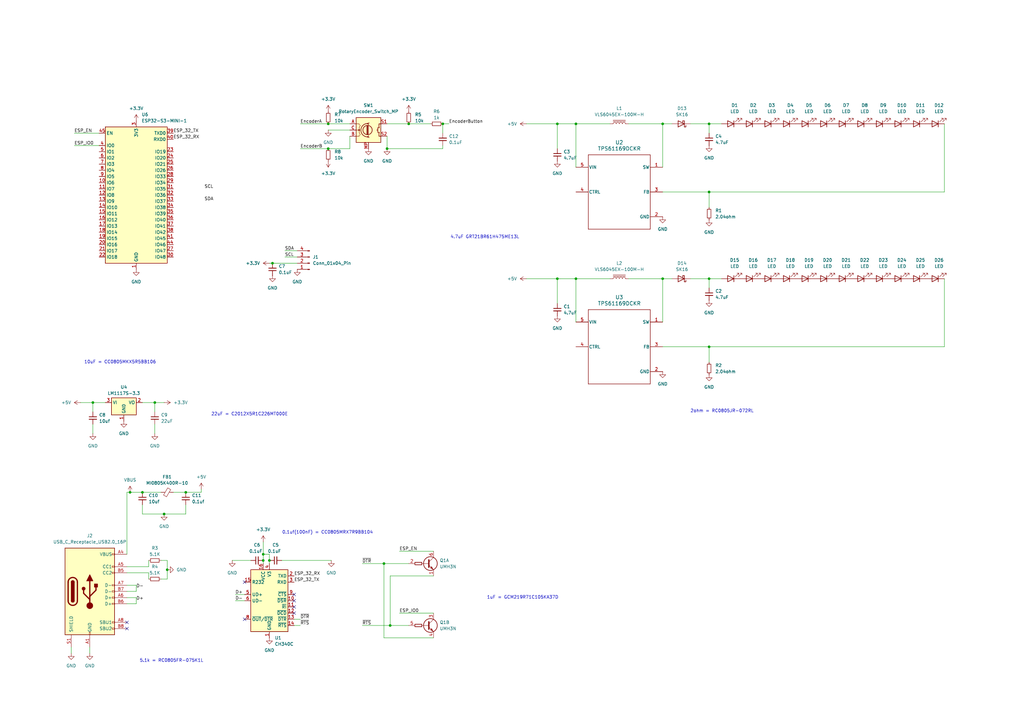
<source format=kicad_sch>
(kicad_sch (version 20231120) (generator "eeschema") (generator_version "8.0")
  (paper "A3")
  (lib_symbols
    (symbol "Connector:Conn_01x04_Pin" (pin_names (offset 1.016) hide)
      (property "Reference" "J" (at 0 5.08 0))
      (property "Value" "Conn_01x04_Pin" (at 0 -7.62 0))
      (symbol "Conn_01x04_Pin_1_1"
        (pin passive line (at 5.08 2.54 180) (length 3.81) (name "Pin_1") (number "1"))
        (pin passive line (at 5.08 0 180) (length 3.81) (name "Pin_2") (number "2"))
        (pin passive line (at 5.08 -2.54 180) (length 3.81) (name "Pin_3") (number "3"))
        (pin passive line (at 5.08 -5.08 180) (length 3.81) (name "Pin_4") (number "4"))
      )
    )
    (symbol "Connector:USB_C_Receptacle_USB2.0_16P" (pin_names (offset 1.016))
      (property "Reference" "J" (at 0 22.225 0))
      (property "Value" "USB_C_Receptacle_USB2.0_16P" (at 0 19.685 0))
      (symbol "USB_C_Receptacle_USB2.0_16P_1_1"
        (pin passive line (at 0 -22.86 90) (length 5.08) (name "GND") (number "A1"))
        (pin passive line (at 0 -22.86 90) (length 5.08) hide (name "GND") (number "A12"))
        (pin passive line (at 15.24 15.24 180) (length 5.08) (name "VBUS") (number "A4"))
        (pin bidirectional line (at 15.24 10.16 180) (length 5.08) (name "CC1") (number "A5"))
        (pin bidirectional line (at 15.24 -2.54 180) (length 5.08) (name "D+") (number "A6"))
        (pin bidirectional line (at 15.24 2.54 180) (length 5.08) (name "D-") (number "A7"))
        (pin bidirectional line (at 15.24 -12.7 180) (length 5.08) (name "SBU1") (number "A8"))
        (pin passive line (at 15.24 15.24 180) (length 5.08) hide (name "VBUS") (number "A9"))
        (pin passive line (at 0 -22.86 90) (length 5.08) hide (name "GND") (number "B1"))
        (pin passive line (at 0 -22.86 90) (length 5.08) hide (name "GND") (number "B12"))
        (pin passive line (at 15.24 15.24 180) (length 5.08) hide (name "VBUS") (number "B4"))
        (pin bidirectional line (at 15.24 7.62 180) (length 5.08) (name "CC2") (number "B5"))
        (pin bidirectional line (at 15.24 -5.08 180) (length 5.08) (name "D+") (number "B6"))
        (pin bidirectional line (at 15.24 0 180) (length 5.08) (name "D-") (number "B7"))
        (pin bidirectional line (at 15.24 -15.24 180) (length 5.08) (name "SBU2") (number "B8"))
        (pin passive line (at 15.24 15.24 180) (length 5.08) hide (name "VBUS") (number "B9"))
        (pin passive line (at -7.62 -22.86 90) (length 5.08) (name "SHIELD") (number "S1"))
      )
    )
    (symbol "Device:C_Small" (pin_numbers hide) (pin_names (offset 0.254) hide)
      (property "Reference" "C" (at 0.254 1.778 0))
      (property "Value" "C_Small" (at 0.254 -2.032 0))
      (symbol "C_Small_1_1"
        (pin passive line (at 0 2.54 270) (length 2.032) (name "~") (number "1"))
        (pin passive line (at 0 -2.54 90) (length 2.032) (name "~") (number "2"))
      )
    )
    (symbol "Device:D_Schottky" (pin_numbers hide) (pin_names (offset 1.016) hide)
      (property "Reference" "D" (at 0 2.54 0))
      (property "Value" "D_Schottky" (at 0 -2.54 0))
      (symbol "D_Schottky_1_1"
        (pin passive line (at -3.81 0 0) (length 2.54) (name "K") (number "1"))
        (pin passive line (at 3.81 0 180) (length 2.54) (name "A") (number "2"))
      )
    )
    (symbol "Device:FerriteBead_Small" (pin_numbers hide) (pin_names (offset 0))
      (property "Reference" "FB" (at 1.905 1.27 0))
      (property "Value" "FerriteBead_Small" (at 1.905 -1.27 0))
      (symbol "FerriteBead_Small_1_1"
        (pin passive line (at 0 2.54 270) (length 1.27) (name "~") (number "1"))
        (pin passive line (at 0 -2.54 90) (length 1.27) (name "~") (number "2"))
      )
    )
    (symbol "Device:LED" (pin_numbers hide) (pin_names (offset 1.016) hide)
      (property "Reference" "D" (at 0 2.54 0))
      (property "Value" "LED" (at 0 -2.54 0))
      (symbol "LED_1_1"
        (pin passive line (at -3.81 0 0) (length 2.54) (name "K") (number "1"))
        (pin passive line (at 3.81 0 180) (length 2.54) (name "A") (number "2"))
      )
    )
    (symbol "Device:L_Iron" (pin_numbers hide) (pin_names (offset 1.016) hide)
      (property "Reference" "L" (at -1.27 0 90))
      (property "Value" "L_Iron" (at 2.794 0 90))
      (symbol "L_Iron_1_1"
        (pin passive line (at 0 3.81 270) (length 1.27) (name "1") (number "1"))
        (pin passive line (at 0 -3.81 90) (length 1.27) (name "2") (number "2"))
      )
    )
    (symbol "Device:R_Small" (pin_numbers hide) (pin_names (offset 0.254) hide)
      (property "Reference" "R" (at 0.762 0.508 0))
      (property "Value" "R_Small" (at 0.762 -1.016 0))
      (symbol "R_Small_1_1"
        (pin passive line (at 0 2.54 270) (length 0.762) (name "~") (number "1"))
        (pin passive line (at 0 -2.54 90) (length 0.762) (name "~") (number "2"))
      )
    )
    (symbol "Device:RotaryEncoder_Switch_MP" (pin_names (offset 0.254) hide)
      (property "Reference" "SW" (at 0 8.89 0))
      (property "Value" "RotaryEncoder_Switch_MP" (at 0 6.35 0))
      (symbol "RotaryEncoder_Switch_MP_1_1"
        (pin passive line (at -7.62 2.54 0) (length 2.54) (name "A") (number "A"))
        (pin passive line (at -7.62 -2.54 0) (length 2.54) (name "B") (number "B"))
        (pin passive line (at -7.62 0 0) (length 2.54) (name "C") (number "C"))
        (pin passive line (at 0 -7.62 90) (length 2.54) (name "MP") (number "MP"))
        (pin passive line (at 7.62 2.54 180) (length 2.54) (name "S1") (number "S1"))
        (pin passive line (at 7.62 -2.54 180) (length 2.54) (name "S2") (number "S2"))
      )
    )
    (symbol "Interface_USB:CH340C"
      (property "Reference" "U" (at -5.08 13.97 0))
      (property "Value" "CH340C" (at 1.27 13.97 0))
      (symbol "CH340C_1_1"
        (pin power_in line (at 0 -15.24 90) (length 2.54) (name "GND") (number "1"))
        (pin input line (at 10.16 0 180) (length 2.54) (name "~{DSR}") (number "10"))
        (pin input line (at 10.16 -2.54 180) (length 2.54) (name "~{RI}") (number "11"))
        (pin input line (at 10.16 -5.08 180) (length 2.54) (name "~{DCD}") (number "12"))
        (pin output line (at 10.16 -7.62 180) (length 2.54) (name "~{DTR}") (number "13"))
        (pin output line (at 10.16 -10.16 180) (length 2.54) (name "~{RTS}") (number "14"))
        (pin input line (at -10.16 7.62 0) (length 2.54) (name "R232") (number "15"))
        (pin power_in line (at -2.54 15.24 270) (length 2.54) (name "VCC") (number "16"))
        (pin output line (at 10.16 10.16 180) (length 2.54) (name "TXD") (number "2"))
        (pin input line (at 10.16 7.62 180) (length 2.54) (name "RXD") (number "3"))
        (pin power_out line (at 0 15.24 270) (length 2.54) (name "V3") (number "4"))
        (pin bidirectional line (at -10.16 2.54 0) (length 2.54) (name "UD+") (number "5"))
        (pin bidirectional line (at -10.16 0 0) (length 2.54) (name "UD-") (number "6"))
        (pin no_connect line (at -7.62 -5.08 0) (length 2.54) hide (name "NC") (number "7"))
        (pin output line (at -10.16 -7.62 0) (length 2.54) (name "~{OUT}/~{DTR}") (number "8"))
        (pin input line (at 10.16 2.54 180) (length 2.54) (name "~{CTS}") (number "9"))
      )
    )
    (symbol "MCU_Espressif:ESP32-S3-MINI-1"
      (property "Reference" "U" (at -11.43 29.21 0))
      (property "Value" "ESP32-S3-MINI-1" (at 12.7 29.21 0))
      (symbol "ESP32-S3-MINI-1_1_1"
        (pin power_in line (at 0 -30.48 90) (length 2.54) (name "GND") (number "1"))
        (pin bidirectional line (at -15.24 5.08 0) (length 2.54) (name "IO6") (number "10"))
        (pin bidirectional line (at -15.24 2.54 0) (length 2.54) (name "IO7") (number "11"))
        (pin bidirectional line (at -15.24 0 0) (length 2.54) (name "IO8") (number "12"))
        (pin bidirectional line (at -15.24 -2.54 0) (length 2.54) (name "IO9") (number "13"))
        (pin bidirectional line (at -15.24 -5.08 0) (length 2.54) (name "IO10") (number "14"))
        (pin bidirectional line (at -15.24 -7.62 0) (length 2.54) (name "IO11") (number "15"))
        (pin bidirectional line (at -15.24 -10.16 0) (length 2.54) (name "IO12") (number "16"))
        (pin bidirectional line (at -15.24 -12.7 0) (length 2.54) (name "IO13") (number "17"))
        (pin bidirectional line (at -15.24 -15.24 0) (length 2.54) (name "IO14") (number "18"))
        (pin bidirectional line (at -15.24 -17.78 0) (length 2.54) (name "IO15") (number "19"))
        (pin passive line (at 0 -30.48 90) (length 2.54) hide (name "GND") (number "2"))
        (pin bidirectional line (at -15.24 -20.32 0) (length 2.54) (name "IO16") (number "20"))
        (pin bidirectional line (at -15.24 -22.86 0) (length 2.54) (name "IO17") (number "21"))
        (pin bidirectional line (at -15.24 -25.4 0) (length 2.54) (name "IO18") (number "22"))
        (pin bidirectional line (at 15.24 17.78 180) (length 2.54) (name "IO19") (number "23"))
        (pin bidirectional line (at 15.24 15.24 180) (length 2.54) (name "IO20") (number "24"))
        (pin bidirectional line (at 15.24 12.7 180) (length 2.54) (name "IO21") (number "25"))
        (pin bidirectional line (at 15.24 10.16 180) (length 2.54) (name "IO26") (number "26"))
        (pin bidirectional line (at 15.24 -22.86 180) (length 2.54) (name "IO47") (number "27"))
        (pin bidirectional line (at 15.24 7.62 180) (length 2.54) (name "IO33") (number "28"))
        (pin bidirectional line (at 15.24 5.08 180) (length 2.54) (name "IO34") (number "29"))
        (pin power_in line (at 0 30.48 270) (length 2.54) (name "3V3") (number "3"))
        (pin bidirectional line (at 15.24 -25.4 180) (length 2.54) (name "IO48") (number "30"))
        (pin bidirectional line (at 15.24 2.54 180) (length 2.54) (name "IO35") (number "31"))
        (pin bidirectional line (at 15.24 0 180) (length 2.54) (name "IO36") (number "32"))
        (pin bidirectional line (at 15.24 -2.54 180) (length 2.54) (name "IO37") (number "33"))
        (pin bidirectional line (at 15.24 -5.08 180) (length 2.54) (name "IO38") (number "34"))
        (pin bidirectional line (at 15.24 -7.62 180) (length 2.54) (name "IO39") (number "35"))
        (pin bidirectional line (at 15.24 -10.16 180) (length 2.54) (name "IO40") (number "36"))
        (pin bidirectional line (at 15.24 -12.7 180) (length 2.54) (name "IO41") (number "37"))
        (pin bidirectional line (at 15.24 -15.24 180) (length 2.54) (name "IO42") (number "38"))
        (pin bidirectional line (at 15.24 25.4 180) (length 2.54) (name "TXD0") (number "39"))
        (pin bidirectional line (at -15.24 20.32 0) (length 2.54) (name "IO0") (number "4"))
        (pin bidirectional line (at 15.24 22.86 180) (length 2.54) (name "RXD0") (number "40"))
        (pin bidirectional line (at 15.24 -17.78 180) (length 2.54) (name "IO45") (number "41"))
        (pin passive line (at 0 -30.48 90) (length 2.54) hide (name "GND") (number "42"))
        (pin passive line (at 0 -30.48 90) (length 2.54) hide (name "GND") (number "43"))
        (pin bidirectional line (at 15.24 -20.32 180) (length 2.54) (name "IO46") (number "44"))
        (pin input line (at -15.24 25.4 0) (length 2.54) (name "EN") (number "45"))
        (pin passive line (at 0 -30.48 90) (length 2.54) hide (name "GND") (number "46"))
        (pin passive line (at 0 -30.48 90) (length 2.54) hide (name "GND") (number "47"))
        (pin passive line (at 0 -30.48 90) (length 2.54) hide (name "GND") (number "48"))
        (pin passive line (at 0 -30.48 90) (length 2.54) hide (name "GND") (number "49"))
        (pin bidirectional line (at -15.24 17.78 0) (length 2.54) (name "IO1") (number "5"))
        (pin passive line (at 0 -30.48 90) (length 2.54) hide (name "GND") (number "50"))
        (pin passive line (at 0 -30.48 90) (length 2.54) hide (name "GND") (number "51"))
        (pin passive line (at 0 -30.48 90) (length 2.54) hide (name "GND") (number "52"))
        (pin passive line (at 0 -30.48 90) (length 2.54) hide (name "GND") (number "53"))
        (pin passive line (at 0 -30.48 90) (length 2.54) hide (name "GND") (number "54"))
        (pin passive line (at 0 -30.48 90) (length 2.54) hide (name "GND") (number "55"))
        (pin passive line (at 0 -30.48 90) (length 2.54) hide (name "GND") (number "56"))
        (pin passive line (at 0 -30.48 90) (length 2.54) hide (name "GND") (number "57"))
        (pin passive line (at 0 -30.48 90) (length 2.54) hide (name "GND") (number "58"))
        (pin passive line (at 0 -30.48 90) (length 2.54) hide (name "GND") (number "59"))
        (pin bidirectional line (at -15.24 15.24 0) (length 2.54) (name "IO2") (number "6"))
        (pin passive line (at 0 -30.48 90) (length 2.54) hide (name "GND") (number "60"))
        (pin passive line (at 0 -30.48 90) (length 2.54) hide (name "GND") (number "61"))
        (pin passive line (at 0 -30.48 90) (length 2.54) hide (name "GND") (number "62"))
        (pin passive line (at 0 -30.48 90) (length 2.54) hide (name "GND") (number "63"))
        (pin passive line (at 0 -30.48 90) (length 2.54) hide (name "GND") (number "64"))
        (pin passive line (at 0 -30.48 90) (length 2.54) hide (name "GND") (number "65"))
        (pin bidirectional line (at -15.24 12.7 0) (length 2.54) (name "IO3") (number "7"))
        (pin bidirectional line (at -15.24 10.16 0) (length 2.54) (name "IO4") (number "8"))
        (pin bidirectional line (at -15.24 7.62 0) (length 2.54) (name "IO5") (number "9"))
      )
    )
    (symbol "Regulator_Linear:LM1117S-3.3"
      (property "Reference" "U" (at -3.81 3.175 0))
      (property "Value" "LM1117S-3.3" (at 0 3.175 0))
      (symbol "LM1117S-3.3_1_1"
        (pin power_in line (at 0 -7.62 90) (length 2.54) (name "GND") (number "1"))
        (pin power_out line (at 7.62 0 180) (length 2.54) (name "VO") (number "2"))
        (pin power_in line (at -7.62 0 0) (length 2.54) (name "VI") (number "3"))
      )
    )
    (symbol "TPS61169DCKR:TPS61169DCKR" (pin_names (offset 0.254))
      (property "Reference" "U" (at 0 2.54 0))
      (property "Value" "TPS61169DCKR" (at 0 0 0))
      (symbol "TPS61169DCKR_0_1"
        (pin power_in line (at 17.78 10.16 180) (length 5.08) (name "SW") (number "1"))
        (pin power_in line (at 17.78 -10.16 180) (length 5.08) (name "GND") (number "2"))
        (pin input line (at 17.78 0 180) (length 5.08) (name "FB") (number "3"))
        (pin input line (at -17.78 0 0) (length 5.08) (name "CTRL") (number "4"))
        (pin power_in line (at -17.78 10.16 0) (length 5.08) (name "VIN") (number "5"))
      )
    )
    (symbol "Transistor_BJT:UMH3N" (pin_names hide)
      (property "Reference" "Q" (at 7.62 1.27 0))
      (property "Value" "UMH3N" (at 7.62 -1.27 0))
      (symbol "UMH3N_1_1"
        (pin passive line (at 5.08 -5.08 90) (length 2.54) (name "E1") (number "1"))
        (pin input line (at -5.08 0 0) (length 2.54) (name "B1") (number "2"))
        (pin passive line (at 5.08 5.08 270) (length 2.54) (name "C1") (number "6"))
      )
      (symbol "UMH3N_2_1"
        (pin passive line (at 5.08 5.08 270) (length 2.54) (name "C2") (number "3"))
        (pin passive line (at 5.08 -5.08 90) (length 2.54) (name "E2") (number "4"))
        (pin input line (at -5.08 0 0) (length 2.54) (name "B2") (number "5"))
      )
    )
    (symbol "power:+3.3V" (power) (pin_numbers hide) (pin_names (offset 0) hide)
      (property "Value" "+3.3V" (at 0 3.556 0))
      (symbol "+3.3V_1_1"
        (pin power_in line (at 0 0 90) (length 0) (name "~") (number "1"))
      )
    )
    (symbol "power:+5V" (power) (pin_numbers hide) (pin_names (offset 0) hide)
      (property "Value" "+5V" (at 0 3.556 0))
      (symbol "+5V_1_1"
        (pin power_in line (at 0 0 90) (length 0) (name "~") (number "1"))
      )
    )
    (symbol "power:GND" (power) (pin_numbers hide) (pin_names (offset 0) hide)
      (property "Value" "GND" (at 0 -3.81 0))
      (symbol "GND_1_1"
        (pin power_in line (at 0 0 270) (length 0) (name "~") (number "1"))
      )
    )
    (symbol "power:VBUS" (power) (pin_numbers hide) (pin_names (offset 0) hide)
      (property "Value" "VBUS" (at 0 3.556 0))
      (symbol "VBUS_1_1"
        (pin power_in line (at 0 0 90) (length 0) (name "~") (number "1"))
      )
    )
  )
  (junction (at 236.22 114.3))
  (junction (at 134.62 50.8))
  (junction (at 290.83 78.74))
  (junction (at 110.49 229.87))
  (junction (at 181.61 50.8))
  (junction (at 271.78 50.8))
  (junction (at 290.83 50.8))
  (junction (at 38.1 165.1))
  (junction (at 157.48 231.14))
  (junction (at 111.76 107.95))
  (junction (at 271.78 114.3))
  (junction (at 290.83 114.3))
  (junction (at 53.34 201.93))
  (junction (at 107.95 227.33))
  (junction (at 158.75 60.96))
  (junction (at 167.64 50.8))
  (junction (at 107.95 229.87))
  (junction (at 236.22 50.8))
  (junction (at 160.02 256.54))
  (junction (at 68.58 233.68))
  (junction (at 67.31 210.82))
  (junction (at 134.62 60.96))
  (junction (at 290.83 142.24))
  (junction (at 58.42 201.93))
  (junction (at 228.6 114.3))
  (junction (at 63.5 165.1))
  (junction (at 76.2 201.93))
  (junction (at 228.6 50.8))
  (no_connect (at 120.65 243.84))
  (no_connect (at 120.65 251.46))
  (no_connect (at 120.65 248.92))
  (no_connect (at 100.33 254))
  (no_connect (at 100.33 238.76))
  (no_connect (at 52.07 255.27))
  (no_connect (at 52.07 257.81))
  (no_connect (at 120.65 246.38))
  (wire (pts (xy 116.84 102.87) (xy 121.92 102.87)))
  (wire (pts (xy 163.83 251.46) (xy 177.8 251.46)))
  (wire (pts (xy 107.95 229.87) (xy 107.95 227.33)))
  (wire (pts (xy 68.58 229.87) (xy 68.58 233.68)))
  (wire (pts (xy 38.1 173.99) (xy 38.1 177.8)))
  (wire (pts (xy 52.07 201.93) (xy 52.07 227.33)))
  (wire (pts (xy 63.5 165.1) (xy 63.5 168.91)))
  (wire (pts (xy 157.48 231.14) (xy 157.48 261.62)))
  (wire (pts (xy 134.62 50.8) (xy 143.51 50.8)))
  (wire (pts (xy 120.65 254) (xy 123.19 254)))
  (wire (pts (xy 387.35 50.8) (xy 387.35 78.74)))
  (wire (pts (xy 158.75 50.8) (xy 167.64 50.8)))
  (wire (pts (xy 387.35 78.74) (xy 290.83 78.74)))
  (wire (pts (xy 36.83 265.43) (xy 36.83 267.97)))
  (wire (pts (xy 111.76 107.95) (xy 121.92 107.95)))
  (wire (pts (xy 215.9 114.3) (xy 228.6 114.3)))
  (wire (pts (xy 160.02 236.22) (xy 177.8 236.22)))
  (wire (pts (xy 228.6 114.3) (xy 228.6 124.46)))
  (wire (pts (xy 143.51 55.88) (xy 143.51 60.96)))
  (wire (pts (xy 110.49 227.33) (xy 107.95 227.33)))
  (wire (pts (xy 96.52 246.38) (xy 100.33 246.38)))
  (wire (pts (xy 33.02 165.1) (xy 38.1 165.1)))
  (wire (pts (xy 123.19 50.8) (xy 134.62 50.8)))
  (wire (pts (xy 38.1 165.1) (xy 38.1 168.91)))
  (wire (pts (xy 29.21 265.43) (xy 29.21 267.97)))
  (wire (pts (xy 236.22 68.58) (xy 236.22 50.8)))
  (wire (pts (xy 52.07 201.93) (xy 53.34 201.93)))
  (wire (pts (xy 387.35 114.3) (xy 387.35 142.24)))
  (wire (pts (xy 60.96 234.95) (xy 60.96 237.49)))
  (wire (pts (xy 160.02 236.22) (xy 160.02 256.54)))
  (wire (pts (xy 290.83 50.8) (xy 290.83 54.61)))
  (wire (pts (xy 143.51 60.96) (xy 134.62 60.96)))
  (wire (pts (xy 30.48 59.69) (xy 40.64 59.69)))
  (wire (pts (xy 52.07 232.41) (xy 60.96 232.41)))
  (wire (pts (xy 228.6 50.8) (xy 236.22 50.8)))
  (wire (pts (xy 52.07 234.95) (xy 60.96 234.95)))
  (wire (pts (xy 63.5 165.1) (xy 58.42 165.1)))
  (wire (pts (xy 290.83 114.3) (xy 290.83 118.11)))
  (wire (pts (xy 290.83 78.74) (xy 290.83 85.09)))
  (wire (pts (xy 68.58 237.49) (xy 68.58 233.68)))
  (wire (pts (xy 387.35 142.24) (xy 290.83 142.24)))
  (wire (pts (xy 82.55 201.93) (xy 76.2 201.93)))
  (wire (pts (xy 228.6 114.3) (xy 236.22 114.3)))
  (wire (pts (xy 163.83 226.06) (xy 177.8 226.06)))
  (wire (pts (xy 257.81 50.8) (xy 271.78 50.8)))
  (wire (pts (xy 110.49 107.95) (xy 111.76 107.95)))
  (wire (pts (xy 215.9 50.8) (xy 228.6 50.8)))
  (wire (pts (xy 283.21 114.3) (xy 290.83 114.3)))
  (wire (pts (xy 158.75 55.88) (xy 158.75 60.96)))
  (wire (pts (xy 52.07 240.03) (xy 55.88 240.03)))
  (wire (pts (xy 95.25 229.87) (xy 102.87 229.87)))
  (wire (pts (xy 134.62 53.34) (xy 143.51 53.34)))
  (wire (pts (xy 67.31 165.1) (xy 63.5 165.1)))
  (wire (pts (xy 160.02 256.54) (xy 167.64 256.54)))
  (wire (pts (xy 290.83 50.8) (xy 295.91 50.8)))
  (wire (pts (xy 66.04 201.93) (xy 58.42 201.93)))
  (wire (pts (xy 283.21 50.8) (xy 290.83 50.8)))
  (wire (pts (xy 67.31 210.82) (xy 76.2 210.82)))
  (wire (pts (xy 181.61 50.8) (xy 181.61 54.61)))
  (wire (pts (xy 157.48 231.14) (xy 167.64 231.14)))
  (wire (pts (xy 167.64 50.8) (xy 176.53 50.8)))
  (wire (pts (xy 271.78 68.58) (xy 271.78 50.8)))
  (wire (pts (xy 290.83 142.24) (xy 290.83 148.59)))
  (wire (pts (xy 58.42 210.82) (xy 67.31 210.82)))
  (wire (pts (xy 107.95 231.14) (xy 107.95 229.87)))
  (wire (pts (xy 181.61 60.96) (xy 158.75 60.96)))
  (wire (pts (xy 290.83 114.3) (xy 295.91 114.3)))
  (wire (pts (xy 66.04 237.49) (xy 68.58 237.49)))
  (wire (pts (xy 76.2 201.93) (xy 71.12 201.93)))
  (wire (pts (xy 58.42 207.01) (xy 58.42 210.82)))
  (wire (pts (xy 66.04 229.87) (xy 68.58 229.87)))
  (wire (pts (xy 236.22 50.8) (xy 250.19 50.8)))
  (wire (pts (xy 115.57 229.87) (xy 135.89 229.87)))
  (wire (pts (xy 30.48 54.61) (xy 40.64 54.61)))
  (wire (pts (xy 257.81 114.3) (xy 271.78 114.3)))
  (wire (pts (xy 52.07 245.11) (xy 55.88 245.11)))
  (wire (pts (xy 55.88 240.03) (xy 55.88 242.57)))
  (wire (pts (xy 236.22 132.08) (xy 236.22 114.3)))
  (wire (pts (xy 271.78 132.08) (xy 271.78 114.3)))
  (wire (pts (xy 290.83 78.74) (xy 271.78 78.74)))
  (wire (pts (xy 107.95 227.33) (xy 107.95 222.25)))
  (wire (pts (xy 116.84 105.41) (xy 121.92 105.41)))
  (wire (pts (xy 52.07 242.57) (xy 55.88 242.57)))
  (wire (pts (xy 52.07 247.65) (xy 55.88 247.65)))
  (wire (pts (xy 110.49 229.87) (xy 110.49 227.33)))
  (wire (pts (xy 181.61 59.69) (xy 181.61 60.96)))
  (wire (pts (xy 96.52 243.84) (xy 100.33 243.84)))
  (wire (pts (xy 271.78 114.3) (xy 275.59 114.3)))
  (wire (pts (xy 148.59 231.14) (xy 157.48 231.14)))
  (wire (pts (xy 120.65 256.54) (xy 123.19 256.54)))
  (wire (pts (xy 110.49 231.14) (xy 110.49 229.87)))
  (wire (pts (xy 82.55 200.66) (xy 82.55 201.93)))
  (wire (pts (xy 38.1 165.1) (xy 43.18 165.1)))
  (wire (pts (xy 55.88 245.11) (xy 55.88 247.65)))
  (wire (pts (xy 181.61 50.8) (xy 184.15 50.8)))
  (wire (pts (xy 157.48 261.62) (xy 177.8 261.62)))
  (wire (pts (xy 148.59 256.54) (xy 160.02 256.54)))
  (wire (pts (xy 76.2 210.82) (xy 76.2 207.01)))
  (wire (pts (xy 123.19 60.96) (xy 134.62 60.96)))
  (wire (pts (xy 271.78 50.8) (xy 275.59 50.8)))
  (wire (pts (xy 290.83 142.24) (xy 271.78 142.24)))
  (wire (pts (xy 53.34 201.93) (xy 58.42 201.93)))
  (wire (pts (xy 236.22 114.3) (xy 250.19 114.3)))
  (wire (pts (xy 60.96 232.41) (xy 60.96 229.87)))
  (wire (pts (xy 63.5 173.99) (xy 63.5 177.8)))
  (wire (pts (xy 228.6 50.8) (xy 228.6 60.96)))
  (text "4.7uF GRT21BR61H475ME13L\n" (at 198.882 97.282 0) (effects (font (size 1.27 1.27))))
  (text "1uF = GCM219R71C105KA37D" (at 214.376 245.11 0) (effects (font (size 1.27 1.27))))
  (text "22uF = C2012X5R1C226MT000E" (at 102.362 169.926 0) (effects (font (size 1.27 1.27))))
  (text "2ohm = RC0805JR-072RL" (at 296.164 168.656 0) (effects (font (size 1.27 1.27))))
  (text "10uF = CC0805MKX5R5BB106" (at 49.276 148.59 0) (effects (font (size 1.27 1.27))))
  (text "5.1k = RC0805FR-075K1L\n" (at 70.358 271.018 0) (effects (font (size 1.27 1.27))))
  (text "0.1uf(100nF) = CC0805MRX7R9BB104\n" (at 134.366 218.44 0) (effects (font (size 1.27 1.27))))
  (label "EncoderButton" (at 184.15 50.8 0))
  (label "ESP_IO0" (at 163.83 251.46 0))
  (label "EncoderB" (at 123.19 60.96 0))
  (label "D-" (at 55.88 241.3 0))
  (label "~{RTS}" (at 123.19 256.54 0))
  (label "D+" (at 55.88 246.38 0))
  (label "~{DTR}" (at 123.19 254 0))
  (label "SCL" (at 83.82 77.47 0))
  (label "~{RTS}" (at 148.59 256.54 0))
  (label "D+" (at 96.52 243.84 0))
  (label "SDA" (at 83.82 82.55 0))
  (label "SDA" (at 116.84 102.87 0))
  (label "ESP_32_TX" (at 71.12 54.61 0))
  (label "SCL" (at 116.84 105.41 0))
  (label "~{DTR}" (at 148.59 231.14 0))
  (label "ESP_32_TX" (at 120.65 238.76 0))
  (label "ESP_32_RX" (at 120.65 236.22 0))
  (label "ESP_EN" (at 163.83 226.06 0))
  (label "ESP_EN" (at 30.48 54.61 0))
  (label "D-" (at 96.52 246.38 0))
  (label "ESP_32_RX" (at 71.12 57.15 0))
  (label "ESP_IO0" (at 30.48 59.69 0))
  (label "EncoderA" (at 123.19 50.8 0))
  (symbol (lib_id "Device:LED") (at 383.54 50.8 180) (unit 1)
    (property "Reference" "D12" (at 385.1275 43.18 0))
    (property "Value" "LED" (at 385.1275 45.72 0))
    (property "Footprint" "LED_SMD:LED_SPMWHD32AMH0XAR0PR" (effects (hide yes)))
    (property "Description" "Light emitting diode" (effects (hide yes)))
  )
  (symbol (lib_id "Device:D_Schottky") (at 279.4 114.3 180) (unit 1)
    (property "Reference" "D14" (at 279.7175 107.95 0))
    (property "Value" "SK16" (at 279.7175 110.49 0))
    (property "Footprint" "Diode_SMD:D_SMA_Handsoldering" (effects (hide yes)))
    (property "Description" "Schottky diode" (effects (hide yes)))
  )
  (symbol (lib_id "Device:LED") (at 375.92 50.8 180) (unit 1)
    (property "Reference" "D11" (at 377.5075 43.18 0))
    (property "Value" "LED" (at 377.5075 45.72 0))
    (property "Footprint" "LED_SMD:LED_SPMWHD32AMH0XAR0PR" (effects (hide yes)))
    (property "Description" "Light emitting diode" (effects (hide yes)))
  )
  (symbol (lib_id "Interface_USB:CH340C") (at 110.49 246.38 0) (unit 1)
    (property "Reference" "U1" (at 112.6841 261.62 0) (effects (justify left)))
    (property "Value" "CH340C" (at 112.6841 264.16 0) (effects (justify left)))
    (property "Footprint" "Package_SO:SOIC-16_3.9x9.9mm_P1.27mm" (effects (hide yes)))
    (property "Datasheet" "https://datasheet.lcsc.com/szlcsc/Jiangsu-Qin-Heng-CH340C_C84681.pdf" (effects (hide yes)))
    (property "Description" "USB serial converter, UART, SOIC-16" (effects (hide yes)))
  )
  (symbol (lib_id "Device:LED") (at 299.72 50.8 180) (unit 1)
    (property "Reference" "D1" (at 301.3075 43.18 0))
    (property "Value" "LED" (at 301.3075 45.72 0))
    (property "Footprint" "LED_SMD:LED_SPMWHD32AMH0XAR0PR" (effects (hide yes)))
    (property "Description" "Light emitting diode" (effects (hide yes)))
  )
  (symbol (lib_id "power:GND") (at 290.83 90.17 0) (unit 1)
    (property "Reference" "#PWR06" (effects (hide yes)))
    (property "Value" "GND" (at 290.83 95.25 0))
    (property "Description" "Power symbol creates a global label with name \"GND\" , ground" (effects (hide yes)))
  )
  (symbol (lib_id "power:GND") (at 290.83 59.69 0) (unit 1)
    (property "Reference" "#PWR05" (effects (hide yes)))
    (property "Value" "GND" (at 290.83 64.77 0))
    (property "Description" "Power symbol creates a global label with name \"GND\" , ground" (effects (hide yes)))
  )
  (symbol (lib_id "Device:C_Small") (at 105.41 229.87 90) (unit 1)
    (property "Reference" "C6" (at 105.4163 223.52 90))
    (property "Value" "0.1uF " (at 105.4163 226.06 90))
    (property "Footprint" "Capacitor_SMD:C_0805_2012Metric_Pad1.18x1.45mm_HandSolder" (effects (hide yes)))
    (property "Description" "Unpolarized capacitor, small symbol" (effects (hide yes)))
  )
  (symbol (lib_id "power:+3.3V") (at 134.62 66.04 180) (unit 1)
    (property "Reference" "#PWR035" (effects (hide yes)))
    (property "Value" "+3.3V" (at 134.62 71.12 0))
    (property "Description" "Power symbol creates a global label with name \"+3.3V\"" (effects (hide yes)))
  )
  (symbol (lib_id "power:GND") (at 151.13 60.96 0) (unit 1)
    (property "Reference" "#PWR019" (effects (hide yes)))
    (property "Value" "GND" (at 151.13 66.04 0))
    (property "Description" "Power symbol creates a global label with name \"GND\" , ground" (effects (hide yes)))
  )
  (symbol (lib_id "Device:LED") (at 368.3 50.8 180) (unit 1)
    (property "Reference" "D10" (at 369.8875 43.18 0))
    (property "Value" "LED" (at 369.8875 45.72 0))
    (property "Footprint" "LED_SMD:LED_SPMWHD32AMH0XAR0PR" (effects (hide yes)))
    (property "Description" "Light emitting diode" (effects (hide yes)))
  )
  (symbol (lib_id "power:GND") (at 134.62 53.34 0) (unit 1)
    (property "Reference" "#PWR033" (effects (hide yes)))
    (property "Value" "GND" (at 134.62 58.42 0))
    (property "Description" "Power symbol creates a global label with name \"GND\" , ground" (effects (hide yes)))
  )
  (symbol (lib_id "MCU_Espressif:ESP32-S3-MINI-1") (at 55.88 80.01 0) (unit 1)
    (property "Reference" "U6" (at 58.0741 46.99 0) (effects (justify left)))
    (property "Value" "ESP32-S3-MINI-1" (at 58.0741 49.53 0) (effects (justify left)))
    (property "Footprint" "RF_Module:ESP32-S2-MINI-1" (effects (hide yes)))
    (property "Datasheet" "https://www.espressif.com/sites/default/files/documentation/esp32-s3-mini-1_mini-1u_datasheet_en.pdf" (effects (hide yes)))
    (property "Description" "RF Module, ESP32-S3 SoC, Wi-Fi 802.11b/g/n, Bluetooth, BLE, 32-bit, 3.3V, SMD, onboard antenna" (effects (hide yes)))
  )
  (symbol (lib_id "Device:FerriteBead_Small") (at 68.58 201.93 90) (unit 1)
    (property "Reference" "FB1" (at 68.5419 195.58 90))
    (property "Value" "MI0805K400R-10" (at 68.5419 198.12 90))
    (property "Footprint" "Resistor_SMD:R_0805_2012Metric_Pad1.20x1.40mm_HandSolder" (effects (hide yes)))
    (property "Description" "Ferrite bead, small symbol" (effects (hide yes)))
  )
  (symbol (lib_id "Device:R_Small") (at 179.07 50.8 270) (unit 1)
    (property "Reference" "R6" (at 179.07 45.72 90))
    (property "Value" "1k" (at 179.07 48.26 90))
    (property "Footprint" "Resistor_SMD:R_0805_2012Metric_Pad1.20x1.40mm_HandSolder" (effects (hide yes)))
    (property "Description" "Resistor, small symbol" (effects (hide yes)))
  )
  (symbol (lib_id "Device:LED") (at 314.96 50.8 180) (unit 1)
    (property "Reference" "D3" (at 316.5475 43.18 0))
    (property "Value" "LED" (at 316.5475 45.72 0))
    (property "Footprint" "LED_SMD:LED_SPMWHD32AMH0XAR0PR" (effects (hide yes)))
    (property "Description" "Light emitting diode" (effects (hide yes)))
  )
  (symbol (lib_id "Device:C_Small") (at 111.76 110.49 180) (unit 1)
    (property "Reference" "C7" (at 114.3 109.2135 0) (effects (justify right)))
    (property "Value" "0.1uF " (at 114.3 111.7535 0) (effects (justify right)))
    (property "Footprint" "Capacitor_SMD:C_0805_2012Metric_Pad1.18x1.45mm_HandSolder" (effects (hide yes)))
    (property "Description" "Unpolarized capacitor, small symbol" (effects (hide yes)))
  )
  (symbol (lib_id "Device:R_Small") (at 290.83 151.13 0) (unit 1)
    (property "Reference" "R2" (at 293.37 149.8599 0) (effects (justify left)))
    (property "Value" "2.04ohm" (at 293.37 152.3999 0) (effects (justify left)))
    (property "Footprint" "Resistor_SMD:R_0805_2012Metric_Pad1.20x1.40mm_HandSolder" (effects (hide yes)))
    (property "Description" "Resistor, small symbol" (effects (hide yes)))
  )
  (symbol (lib_id "Device:LED") (at 307.34 114.3 180) (unit 1)
    (property "Reference" "D16" (at 308.9275 106.68 0))
    (property "Value" "LED" (at 308.9275 109.22 0))
    (property "Footprint" "LED_SMD:LED_SPMWHD32AMH0XAR0PR" (effects (hide yes)))
    (property "Description" "Light emitting diode" (effects (hide yes)))
  )
  (symbol (lib_id "Device:LED") (at 375.92 114.3 180) (unit 1)
    (property "Reference" "D25" (at 377.5075 106.68 0))
    (property "Value" "LED" (at 377.5075 109.22 0))
    (property "Footprint" "LED_SMD:LED_SPMWHD32AMH0XAR0PR" (effects (hide yes)))
    (property "Description" "Light emitting diode" (effects (hide yes)))
  )
  (symbol (lib_id "Connector:USB_C_Receptacle_USB2.0_16P") (at 36.83 242.57 0) (unit 1)
    (property "Reference" "J2" (at 36.83 219.71 0))
    (property "Value" "USB_C_Receptacle_USB2.0_16P" (at 36.83 222.25 0))
    (property "Footprint" "Connector_USB:USB_C_Receptacle_HCTL_HC-TYPE-C-16P-01A" (effects (hide yes)))
    (property "Datasheet" "https://www.usb.org/sites/default/files/documents/usb_type-c.zip" (effects (hide yes)))
    (property "Description" "USB 2.0-only 16P Type-C Receptacle connector" (effects (hide yes)))
  )
  (symbol (lib_id "Device:LED") (at 337.82 114.3 180) (unit 1)
    (property "Reference" "D20" (at 339.4075 106.68 0))
    (property "Value" "LED" (at 339.4075 109.22 0))
    (property "Footprint" "LED_SMD:LED_SPMWHD32AMH0XAR0PR" (effects (hide yes)))
    (property "Description" "Light emitting diode" (effects (hide yes)))
  )
  (symbol (lib_id "power:+3.3V") (at 110.49 107.95 90) (unit 1)
    (property "Reference" "#PWR029" (effects (hide yes)))
    (property "Value" "+3.3V" (at 106.68 107.9499 90) (effects (justify left)))
    (property "Description" "Power symbol creates a global label with name \"+3.3V\"" (effects (hide yes)))
  )
  (symbol (lib_id "power:GND") (at 95.25 229.87 0) (unit 1)
    (property "Reference" "#PWR018" (effects (hide yes)))
    (property "Value" "GND" (at 95.25 234.95 0))
    (property "Description" "Power symbol creates a global label with name \"GND\" , ground" (effects (hide yes)))
  )
  (symbol (lib_id "power:+3.3V") (at 107.95 222.25 0) (unit 1)
    (property "Reference" "#PWR01" (effects (hide yes)))
    (property "Value" "+3.3V" (at 107.95 217.17 0))
    (property "Description" "Power symbol creates a global label with name \"+3.3V\"" (effects (hide yes)))
  )
  (symbol (lib_id "Transistor_BJT:UMH3N") (at 172.72 256.54 0) (unit 2)
    (property "Reference" "Q1" (at 180.34 255.2699 0) (effects (justify left)))
    (property "Value" "UMH3N" (at 180.34 257.8099 0) (effects (justify left)))
    (property "Footprint" "Package_TO_SOT_SMD:SOT-363_SC-70-6" (effects (hide yes)))
    (property "Datasheet" "http://rohmfs.rohm.com/en/products/databook/datasheet/discrete/transistor/digital/emh3t2r-e.pdf" (effects (hide yes)))
    (property "Description" "0.1A Ic, 50V Vce, Dual NPN Input Resistor Transistors, SOT-363" (effects (hide yes)))
  )
  (symbol (lib_id "Device:LED") (at 345.44 50.8 180) (unit 1)
    (property "Reference" "D7" (at 347.0275 43.18 0))
    (property "Value" "LED" (at 347.0275 45.72 0))
    (property "Footprint" "LED_SMD:LED_SPMWHD32AMH0XAR0PR" (effects (hide yes)))
    (property "Description" "Light emitting diode" (effects (hide yes)))
  )
  (symbol (lib_id "Device:RotaryEncoder_Switch_MP") (at 151.13 53.34 0) (unit 1)
    (property "Reference" "SW1" (at 151.13 43.18 0))
    (property "Value" "RotaryEncoder_Switch_MP" (at 151.13 45.72 0))
    (property "Footprint" "Rotary_Encoder:RotaryEncoder_Alps_EC12E-Switch_Vertical_H20mm_CircularMountingHoles" (effects (hide yes)))
    (property "Description" "Rotary encoder, dual channel, incremental quadrate outputs, with switch and MP Pin" (effects (hide yes)))
  )
  (symbol (lib_id "power:GND") (at 228.6 129.54 0) (unit 1)
    (property "Reference" "#PWR014" (effects (hide yes)))
    (property "Value" "GND" (at 228.6 134.62 0))
    (property "Description" "Power symbol creates a global label with name \"GND\" , ground" (effects (hide yes)))
  )
  (symbol (lib_id "Device:LED") (at 330.2 114.3 180) (unit 1)
    (property "Reference" "D19" (at 331.7875 106.68 0))
    (property "Value" "LED" (at 331.7875 109.22 0))
    (property "Footprint" "LED_SMD:LED_SPMWHD32AMH0XAR0PR" (effects (hide yes)))
    (property "Description" "Light emitting diode" (effects (hide yes)))
  )
  (symbol (lib_id "Device:C_Small") (at 76.2 204.47 0) (unit 1)
    (property "Reference" "C11" (at 78.74 203.2062 0) (effects (justify left)))
    (property "Value" "0.1uf" (at 78.74 205.7462 0) (effects (justify left)))
    (property "Footprint" "Capacitor_SMD:C_0805_2012Metric_Pad1.18x1.45mm_HandSolder" (effects (hide yes)))
    (property "Description" "Unpolarized capacitor, small symbol" (effects (hide yes)))
  )
  (symbol (lib_id "Device:C_Small") (at 228.6 127 0) (unit 1)
    (property "Reference" "C1" (at 231.14 125.7362 0) (effects (justify left)))
    (property "Value" "4.7uF" (at 231.14 128.2762 0) (effects (justify left)))
    (property "Footprint" "Capacitor_SMD:C_0805_2012Metric_Pad1.18x1.45mm_HandSolder" (effects (hide yes)))
    (property "Description" "Unpolarized capacitor, small symbol" (effects (hide yes)))
  )
  (symbol (lib_id "Device:L_Iron") (at 254 114.3 90) (unit 1)
    (property "Reference" "L2" (at 254 107.95 90))
    (property "Value" "VLS6045EX-100M-H" (at 254 110.49 90))
    (property "Footprint" "Inductor_SMD:L_TDK_VLS6045EX_VLS6045AF" (effects (hide yes)))
    (property "Description" "Inductor with iron core" (effects (hide yes)))
  )
  (symbol (lib_id "power:+5V") (at 215.9 50.8 90) (unit 1)
    (property "Reference" "#PWR07" (effects (hide yes)))
    (property "Value" "+5V" (at 212.09 50.7999 90) (effects (justify left)))
    (property "Description" "Power symbol creates a global label with name \"+5V\"" (effects (hide yes)))
  )
  (symbol (lib_id "Device:C_Small") (at 63.5 171.45 0) (unit 1)
    (property "Reference" "C9" (at 66.04 170.1862 0) (effects (justify left)))
    (property "Value" "22uF" (at 66.04 172.7262 0) (effects (justify left)))
    (property "Footprint" "Capacitor_SMD:C_0805_2012Metric_Pad1.18x1.45mm_HandSolder" (effects (hide yes)))
    (property "Description" "Unpolarized capacitor, small symbol" (effects (hide yes)))
  )
  (symbol (lib_id "Device:LED") (at 322.58 50.8 180) (unit 1)
    (property "Reference" "D4" (at 324.1675 43.18 0))
    (property "Value" "LED" (at 324.1675 45.72 0))
    (property "Footprint" "LED_SMD:LED_SPMWHD32AMH0XAR0PR" (effects (hide yes)))
    (property "Description" "Light emitting diode" (effects (hide yes)))
  )
  (symbol (lib_id "Device:LED") (at 360.68 114.3 180) (unit 1)
    (property "Reference" "D23" (at 362.2675 106.68 0))
    (property "Value" "LED" (at 362.2675 109.22 0))
    (property "Footprint" "LED_SMD:LED_SPMWHD32AMH0XAR0PR" (effects (hide yes)))
    (property "Description" "Light emitting diode" (effects (hide yes)))
  )
  (symbol (lib_id "Device:LED") (at 314.96 114.3 180) (unit 1)
    (property "Reference" "D17" (at 316.5475 106.68 0))
    (property "Value" "LED" (at 316.5475 109.22 0))
    (property "Footprint" "LED_SMD:LED_SPMWHD32AMH0XAR0PR" (effects (hide yes)))
    (property "Description" "Light emitting diode" (effects (hide yes)))
  )
  (symbol (lib_id "Device:L_Iron") (at 254 50.8 90) (unit 1)
    (property "Reference" "L1" (at 254 44.45 90))
    (property "Value" "VLS6045EX-100M-H" (at 254 46.99 90))
    (property "Footprint" "Inductor_SMD:L_TDK_VLS6045EX_VLS6045AF" (effects (hide yes)))
    (property "Description" "Inductor with iron core" (effects (hide yes)))
  )
  (symbol (lib_id "power:GND") (at 55.88 110.49 0) (unit 1)
    (property "Reference" "#PWR026" (effects (hide yes)))
    (property "Value" "GND" (at 55.88 115.57 0))
    (property "Description" "Power symbol creates a global label with name \"GND\" , ground" (effects (hide yes)))
  )
  (symbol (lib_id "Device:C_Small") (at 58.42 204.47 0) (unit 1)
    (property "Reference" "C10" (at 60.96 203.2062 0) (effects (justify left)))
    (property "Value" "10uf" (at 60.96 205.7462 0) (effects (justify left)))
    (property "Footprint" "Capacitor_SMD:C_0805_2012Metric_Pad1.18x1.45mm_HandSolder" (effects (hide yes)))
    (property "Description" "Unpolarized capacitor, small symbol" (effects (hide yes)))
  )
  (symbol (lib_id "Device:R_Small") (at 134.62 63.5 0) (unit 1)
    (property "Reference" "R8" (at 137.16 62.2299 0) (effects (justify left)))
    (property "Value" "10k" (at 137.16 64.7699 0) (effects (justify left)))
    (property "Footprint" "Resistor_SMD:R_0805_2012Metric_Pad1.20x1.40mm_HandSolder" (effects (hide yes)))
    (property "Description" "Resistor, small symbol" (effects (hide yes)))
  )
  (symbol (lib_id "Device:LED") (at 353.06 50.8 180) (unit 1)
    (property "Reference" "D8" (at 354.6475 43.18 0))
    (property "Value" "LED" (at 354.6475 45.72 0))
    (property "Footprint" "LED_SMD:LED_SPMWHD32AMH0XAR0PR" (effects (hide yes)))
    (property "Description" "Light emitting diode" (effects (hide yes)))
  )
  (symbol (lib_id "Device:R_Small") (at 290.83 87.63 0) (unit 1)
    (property "Reference" "R1" (at 293.37 86.3599 0) (effects (justify left)))
    (property "Value" "2.04ohm" (at 293.37 88.8999 0) (effects (justify left)))
    (property "Footprint" "Resistor_SMD:R_0805_2012Metric_Pad1.20x1.40mm_HandSolder" (effects (hide yes)))
    (property "Description" "Resistor, small symbol" (effects (hide yes)))
  )
  (symbol (lib_id "Device:LED") (at 299.72 114.3 180) (unit 1)
    (property "Reference" "D15" (at 301.3075 106.68 0))
    (property "Value" "LED" (at 301.3075 109.22 0))
    (property "Footprint" "LED_SMD:LED_SPMWHD32AMH0XAR0PR" (effects (hide yes)))
    (property "Description" "Light emitting diode" (effects (hide yes)))
  )
  (symbol (lib_id "Transistor_BJT:UMH3N") (at 172.72 231.14 0) (unit 1)
    (property "Reference" "Q1" (at 180.34 229.8699 0) (effects (justify left)))
    (property "Value" "UMH3N" (at 180.34 232.4099 0) (effects (justify left)))
    (property "Footprint" "Package_TO_SOT_SMD:SOT-363_SC-70-6" (effects (hide yes)))
    (property "Datasheet" "http://rohmfs.rohm.com/en/products/databook/datasheet/discrete/transistor/digital/emh3t2r-e.pdf" (effects (hide yes)))
    (property "Description" "0.1A Ic, 50V Vce, Dual NPN Input Resistor Transistors, SOT-363" (effects (hide yes)))
  )
  (symbol (lib_id "power:GND") (at 68.58 233.68 90) (unit 1)
    (property "Reference" "#PWR010" (effects (hide yes)))
    (property "Value" "GND" (at 72.39 233.6799 90) (effects (justify right)))
    (property "Description" "Power symbol creates a global label with name \"GND\" , ground" (effects (hide yes)))
  )
  (symbol (lib_id "power:GND") (at 63.5 177.8 0) (unit 1)
    (property "Reference" "#PWR024" (effects (hide yes)))
    (property "Value" "GND" (at 63.5 182.88 0))
    (property "Description" "Power symbol creates a global label with name \"GND\" , ground" (effects (hide yes)))
  )
  (symbol (lib_id "power:GND") (at 29.21 267.97 0) (unit 1)
    (property "Reference" "#PWR013" (effects (hide yes)))
    (property "Value" "GND" (at 29.21 273.05 0))
    (property "Description" "Power symbol creates a global label with name \"GND\" , ground" (effects (hide yes)))
  )
  (symbol (lib_id "Device:R_Small") (at 167.64 48.26 180) (unit 1)
    (property "Reference" "R5" (at 170.18 46.9899 0) (effects (justify right)))
    (property "Value" "10k" (at 170.18 49.5299 0) (effects (justify right)))
    (property "Footprint" "Resistor_SMD:R_0805_2012Metric_Pad1.20x1.40mm_HandSolder" (effects (hide yes)))
    (property "Description" "Resistor, small symbol" (effects (hide yes)))
  )
  (symbol (lib_id "Device:C_Small") (at 290.83 120.65 0) (unit 1)
    (property "Reference" "C2" (at 293.37 119.3862 0) (effects (justify left)))
    (property "Value" "4.7uF" (at 293.37 121.9262 0) (effects (justify left)))
    (property "Footprint" "Capacitor_SMD:C_0805_2012Metric_Pad1.18x1.45mm_HandSolder" (effects (hide yes)))
    (property "Description" "Unpolarized capacitor, small symbol" (effects (hide yes)))
  )
  (symbol (lib_id "Device:R_Small") (at 63.5 237.49 90) (unit 1)
    (property "Reference" "R4" (at 63.5 232.41 90))
    (property "Value" "5.1K" (at 63.5 234.95 90))
    (property "Footprint" "Resistor_SMD:R_0805_2012Metric_Pad1.20x1.40mm_HandSolder" (effects (hide yes)))
    (property "Description" "Resistor, small symbol" (effects (hide yes)))
  )
  (symbol (lib_id "power:GND") (at 38.1 177.8 0) (unit 1)
    (property "Reference" "#PWR023" (effects (hide yes)))
    (property "Value" "GND" (at 38.1 182.88 0))
    (property "Description" "Power symbol creates a global label with name \"GND\" , ground" (effects (hide yes)))
  )
  (symbol (lib_id "Device:LED") (at 345.44 114.3 180) (unit 1)
    (property "Reference" "D21" (at 347.0275 106.68 0))
    (property "Value" "LED" (at 347.0275 109.22 0))
    (property "Footprint" "LED_SMD:LED_SPMWHD32AMH0XAR0PR" (effects (hide yes)))
    (property "Description" "Light emitting diode" (effects (hide yes)))
  )
  (symbol (lib_id "TPS61169DCKR:TPS61169DCKR") (at 254 78.74 0) (unit 1)
    (property "Reference" "U2" (at 254 58.42 0) (effects (font (size 1.524 1.524))))
    (property "Value" "TPS61169DCKR" (at 254 60.96 0) (effects (font (size 1.524 1.524))))
    (property "Footprint" "Package_TO_SOT_SMD:SOT-353_SC-70-5_Handsoldering" (effects (hide yes)))
    (property "Datasheet" "TPS61169DCKR" (effects (hide yes)))
  )
  (symbol (lib_id "power:GND") (at 271.78 88.9 0) (unit 1)
    (property "Reference" "#PWR04" (effects (hide yes)))
    (property "Value" "GND" (at 271.78 93.98 0))
    (property "Description" "Power symbol creates a global label with name \"GND\" , ground" (effects (hide yes)))
  )
  (symbol (lib_id "Device:LED") (at 383.54 114.3 180) (unit 1)
    (property "Reference" "D26" (at 385.1275 106.68 0))
    (property "Value" "LED" (at 385.1275 109.22 0))
    (property "Footprint" "LED_SMD:LED_SPMWHD32AMH0XAR0PR" (effects (hide yes)))
    (property "Description" "Light emitting diode" (effects (hide yes)))
  )
  (symbol (lib_id "Device:LED") (at 307.34 50.8 180) (unit 1)
    (property "Reference" "D2" (at 308.9275 43.18 0))
    (property "Value" "LED" (at 308.9275 45.72 0))
    (property "Footprint" "LED_SMD:LED_SPMWHD32AMH0XAR0PR" (effects (hide yes)))
    (property "Description" "Light emitting diode" (effects (hide yes)))
  )
  (symbol (lib_id "Device:C_Small") (at 290.83 57.15 0) (unit 1)
    (property "Reference" "C4" (at 293.37 55.8862 0) (effects (justify left)))
    (property "Value" "4.7uF" (at 293.37 58.4262 0) (effects (justify left)))
    (property "Footprint" "Capacitor_SMD:C_0805_2012Metric_Pad1.18x1.45mm_HandSolder" (effects (hide yes)))
    (property "Description" "Unpolarized capacitor, small symbol" (effects (hide yes)))
  )
  (symbol (lib_id "Regulator_Linear:LM1117S-3.3") (at 50.8 165.1 0) (unit 1)
    (property "Reference" "U4" (at 50.8 158.75 0))
    (property "Value" "LM1117S-3.3" (at 50.8 161.29 0))
    (property "Footprint" "Package_TO_SOT_SMD:TO-263-3_TabPin2" (effects (hide yes)))
    (property "Datasheet" "http://www.ti.com/lit/ds/symlink/lm1117.pdf" (effects (hide yes)))
    (property "Description" "800mA Low-Dropout Linear Regulator, 3.3V fixed output, TO-263" (effects (hide yes)))
  )
  (symbol (lib_id "Device:LED") (at 368.3 114.3 180) (unit 1)
    (property "Reference" "D24" (at 369.8875 106.68 0))
    (property "Value" "LED" (at 369.8875 109.22 0))
    (property "Footprint" "LED_SMD:LED_SPMWHD32AMH0XAR0PR" (effects (hide yes)))
    (property "Description" "Light emitting diode" (effects (hide yes)))
  )
  (symbol (lib_id "Device:C_Small") (at 228.6 63.5 0) (unit 1)
    (property "Reference" "C3" (at 231.14 62.2362 0) (effects (justify left)))
    (property "Value" "4.7uF" (at 231.14 64.7762 0) (effects (justify left)))
    (property "Footprint" "Capacitor_SMD:C_0805_2012Metric_Pad1.18x1.45mm_HandSolder" (effects (hide yes)))
    (property "Description" "Unpolarized capacitor, small symbol" (effects (hide yes)))
  )
  (symbol (lib_id "power:GND") (at 111.76 113.03 0) (unit 1)
    (property "Reference" "#PWR036" (effects (hide yes)))
    (property "Value" "GND" (at 111.76 118.11 0))
    (property "Description" "Power symbol creates a global label with name \"GND\" , ground" (effects (hide yes)))
  )
  (symbol (lib_id "power:GND") (at 110.49 261.62 0) (unit 1)
    (property "Reference" "#PWR011" (effects (hide yes)))
    (property "Value" "GND" (at 110.49 266.7 0))
    (property "Description" "Power symbol creates a global label with name \"GND\" , ground" (effects (hide yes)))
  )
  (symbol (lib_id "Connector:Conn_01x04_Pin") (at 127 107.95 180) (unit 1)
    (property "Reference" "J1" (at 128.27 105.4099 0) (effects (justify right)))
    (property "Value" "Conn_01x04_Pin" (at 128.27 107.9499 0) (effects (justify right)))
    (property "Footprint" "Connector_PinHeader_2.54mm:PinHeader_1x04_P2.54mm_Vertical" (effects (hide yes)))
    (property "Description" "Generic connector, single row, 01x04, script generated" (effects (hide yes)))
  )
  (symbol (lib_id "power:+3.3V") (at 134.62 45.72 0) (unit 1)
    (property "Reference" "#PWR034" (effects (hide yes)))
    (property "Value" "+3.3V" (at 134.62 40.64 0))
    (property "Description" "Power symbol creates a global label with name \"+3.3V\"" (effects (hide yes)))
  )
  (symbol (lib_id "power:VBUS") (at 53.34 201.93 0) (unit 1)
    (property "Reference" "#PWR028" (effects (hide yes)))
    (property "Value" "VBUS" (at 53.34 196.85 0))
    (property "Description" "Power symbol creates a global label with name \"VBUS\"" (effects (hide yes)))
  )
  (symbol (lib_id "Device:LED") (at 330.2 50.8 180) (unit 1)
    (property "Reference" "D5" (at 331.7875 43.18 0))
    (property "Value" "LED" (at 331.7875 45.72 0))
    (property "Footprint" "LED_SMD:LED_SPMWHD32AMH0XAR0PR" (effects (hide yes)))
    (property "Description" "Light emitting diode" (effects (hide yes)))
  )
  (symbol (lib_id "TPS61169DCKR:TPS61169DCKR") (at 254 142.24 0) (unit 1)
    (property "Reference" "U3" (at 254 121.92 0) (effects (font (size 1.524 1.524))))
    (property "Value" "TPS61169DCKR" (at 254 124.46 0) (effects (font (size 1.524 1.524))))
    (property "Footprint" "Package_TO_SOT_SMD:SOT-353_SC-70-5_Handsoldering" (effects (hide yes)))
    (property "Datasheet" "TPS61169DCKR" (effects (hide yes)))
  )
  (symbol (lib_id "power:GND") (at 36.83 267.97 0) (unit 1)
    (property "Reference" "#PWR012" (effects (hide yes)))
    (property "Value" "GND" (at 36.83 273.05 0))
    (property "Description" "Power symbol creates a global label with name \"GND\" , ground" (effects (hide yes)))
  )
  (symbol (lib_id "power:GND") (at 135.89 229.87 0) (unit 1)
    (property "Reference" "#PWR02" (effects (hide yes)))
    (property "Value" "GND" (at 135.89 234.95 0))
    (property "Description" "Power symbol creates a global label with name \"GND\" , ground" (effects (hide yes)))
  )
  (symbol (lib_id "power:+3.3V") (at 55.88 49.53 0) (unit 1)
    (property "Reference" "#PWR025" (effects (hide yes)))
    (property "Value" "+3.3V" (at 55.88 44.45 0))
    (property "Description" "Power symbol creates a global label with name \"+3.3V\"" (effects (hide yes)))
  )
  (symbol (lib_id "power:GND") (at 228.6 66.04 0) (unit 1)
    (property "Reference" "#PWR08" (effects (hide yes)))
    (property "Value" "GND" (at 228.6 71.12 0))
    (property "Description" "Power symbol creates a global label with name \"GND\" , ground" (effects (hide yes)))
  )
  (symbol (lib_id "power:GND") (at 271.78 152.4 0) (unit 1)
    (property "Reference" "#PWR015" (effects (hide yes)))
    (property "Value" "GND" (at 271.78 157.48 0))
    (property "Description" "Power symbol creates a global label with name \"GND\" , ground" (effects (hide yes)))
  )
  (symbol (lib_id "power:GND") (at 50.8 172.72 0) (unit 1)
    (property "Reference" "#PWR022" (effects (hide yes)))
    (property "Value" "GND" (at 50.8 177.8 0))
    (property "Description" "Power symbol creates a global label with name \"GND\" , ground" (effects (hide yes)))
  )
  (symbol (lib_id "power:GND") (at 158.75 60.96 0) (unit 1)
    (property "Reference" "#PWR031" (effects (hide yes)))
    (property "Value" "GND" (at 158.75 66.04 0))
    (property "Description" "Power symbol creates a global label with name \"GND\" , ground" (effects (hide yes)))
  )
  (symbol (lib_id "power:GND") (at 290.83 123.19 0) (unit 1)
    (property "Reference" "#PWR016" (effects (hide yes)))
    (property "Value" "GND" (at 290.83 128.27 0))
    (property "Description" "Power symbol creates a global label with name \"GND\" , ground" (effects (hide yes)))
  )
  (symbol (lib_id "power:+5V") (at 33.02 165.1 90) (unit 1)
    (property "Reference" "#PWR021" (effects (hide yes)))
    (property "Value" "+5V" (at 29.21 165.0999 90) (effects (justify left)))
    (property "Description" "Power symbol creates a global label with name \"+5V\"" (effects (hide yes)))
  )
  (symbol (lib_id "Device:R_Small") (at 134.62 48.26 180) (unit 1)
    (property "Reference" "R7" (at 137.16 46.9899 0) (effects (justify right)))
    (property "Value" "10k" (at 137.16 49.5299 0) (effects (justify right)))
    (property "Footprint" "Resistor_SMD:R_0805_2012Metric_Pad1.20x1.40mm_HandSolder" (effects (hide yes)))
    (property "Description" "Resistor, small symbol" (effects (hide yes)))
  )
  (symbol (lib_id "Device:LED") (at 322.58 114.3 180) (unit 1)
    (property "Reference" "D18" (at 324.1675 106.68 0))
    (property "Value" "LED" (at 324.1675 109.22 0))
    (property "Footprint" "LED_SMD:LED_SPMWHD32AMH0XAR0PR" (effects (hide yes)))
    (property "Description" "Light emitting diode" (effects (hide yes)))
  )
  (symbol (lib_id "Device:C_Small") (at 38.1 171.45 0) (unit 1)
    (property "Reference" "C8" (at 40.64 170.1862 0) (effects (justify left)))
    (property "Value" "10uf" (at 40.64 172.7262 0) (effects (justify left)))
    (property "Footprint" "Capacitor_SMD:C_0805_2012Metric_Pad1.18x1.45mm_HandSolder" (effects (hide yes)))
    (property "Description" "Unpolarized capacitor, small symbol" (effects (hide yes)))
  )
  (symbol (lib_id "Device:LED") (at 360.68 50.8 180) (unit 1)
    (property "Reference" "D9" (at 362.2675 43.18 0))
    (property "Value" "LED" (at 362.2675 45.72 0))
    (property "Footprint" "LED_SMD:LED_SPMWHD32AMH0XAR0PR" (effects (hide yes)))
    (property "Description" "Light emitting diode" (effects (hide yes)))
  )
  (symbol (lib_id "power:GND") (at 67.31 210.82 0) (unit 1)
    (property "Reference" "#PWR027" (effects (hide yes)))
    (property "Value" "GND" (at 67.31 215.9 0))
    (property "Description" "Power symbol creates a global label with name \"GND\" , ground" (effects (hide yes)))
  )
  (symbol (lib_id "Device:C_Small") (at 113.03 229.87 90) (unit 1)
    (property "Reference" "C5" (at 113.0363 223.52 90))
    (property "Value" "0.1uF " (at 113.0363 226.06 90))
    (property "Footprint" "Capacitor_SMD:C_0805_2012Metric_Pad1.18x1.45mm_HandSolder" (effects (hide yes)))
    (property "Description" "Unpolarized capacitor, small symbol" (effects (hide yes)))
  )
  (symbol (lib_id "Device:C_Small") (at 181.61 57.15 180) (unit 1)
    (property "Reference" "C12" (at 184.15 55.8735 0) (effects (justify right)))
    (property "Value" "0.1uF " (at 184.15 58.4135 0) (effects (justify right)))
    (property "Footprint" "Capacitor_SMD:C_0805_2012Metric_Pad1.18x1.45mm_HandSolder" (effects (hide yes)))
    (property "Description" "Unpolarized capacitor, small symbol" (effects (hide yes)))
  )
  (symbol (lib_id "power:+5V") (at 82.55 200.66 0) (unit 1)
    (property "Reference" "#PWR03" (effects (hide yes)))
    (property "Value" "+5V" (at 82.55 195.58 0))
    (property "Description" "Power symbol creates a global label with name \"+5V\"" (effects (hide yes)))
  )
  (symbol (lib_id "Device:LED") (at 337.82 50.8 180) (unit 1)
    (property "Reference" "D6" (at 339.4075 43.18 0))
    (property "Value" "LED" (at 339.4075 45.72 0))
    (property "Footprint" "LED_SMD:LED_SPMWHD32AMH0XAR0PR" (effects (hide yes)))
    (property "Description" "Light emitting diode" (effects (hide yes)))
  )
  (symbol (lib_id "Device:LED") (at 353.06 114.3 180) (unit 1)
    (property "Reference" "D22" (at 354.6475 106.68 0))
    (property "Value" "LED" (at 354.6475 109.22 0))
    (property "Footprint" "LED_SMD:LED_SPMWHD32AMH0XAR0PR" (effects (hide yes)))
    (property "Description" "Light emitting diode" (effects (hide yes)))
  )
  (symbol (lib_id "Device:R_Small") (at 63.5 229.87 90) (unit 1)
    (property "Reference" "R3" (at 63.5 224.79 90))
    (property "Value" "5.1K" (at 63.5 227.33 90))
    (property "Footprint" "Resistor_SMD:R_0805_2012Metric_Pad1.20x1.40mm_HandSolder" (effects (hide yes)))
    (property "Description" "Resistor, small symbol" (effects (hide yes)))
  )
  (symbol (lib_id "power:GND") (at 290.83 153.67 0) (unit 1)
    (property "Reference" "#PWR017" (effects (hide yes)))
    (property "Value" "GND" (at 290.83 158.75 0))
    (property "Description" "Power symbol creates a global label with name \"GND\" , ground" (effects (hide yes)))
  )
  (symbol (lib_id "power:+3.3V") (at 67.31 165.1 270) (unit 1)
    (property "Reference" "#PWR020" (effects (hide yes)))
    (property "Value" "+3.3V" (at 71.12 165.0999 90) (effects (justify left)))
    (property "Description" "Power symbol creates a global label with name \"+3.3V\"" (effects (hide yes)))
  )
  (symbol (lib_id "Device:D_Schottky") (at 279.4 50.8 180) (unit 1)
    (property "Reference" "D13" (at 279.7175 44.45 0))
    (property "Value" "SK16" (at 279.7175 46.99 0))
    (property "Footprint" "Diode_SMD:D_SMA_Handsoldering" (effects (hide yes)))
    (property "Description" "Schottky diode" (effects (hide yes)))
  )
  (symbol (lib_id "power:+3.3V") (at 167.64 45.72 0) (unit 1)
    (property "Reference" "#PWR032" (effects (hide yes)))
    (property "Value" "+3.3V" (at 167.64 40.64 0))
    (property "Description" "Power symbol creates a global label with name \"+3.3V\"" (effects (hide yes)))
  )
  (symbol (lib_id "power:GND") (at 121.92 110.49 0) (unit 1)
    (property "Reference" "#PWR030" (effects (hide yes)))
    (property "Value" "GND" (at 121.92 115.57 0))
    (property "Description" "Power symbol creates a global label with name \"GND\" , ground" (effects (hide yes)))
  )
  (symbol (lib_id "power:+5V") (at 215.9 114.3 90) (unit 1)
    (property "Reference" "#PWR09" (effects (hide yes)))
    (property "Value" "+5V" (at 212.09 114.2999 90) (effects (justify left)))
    (property "Description" "Power symbol creates a global label with name \"+5V\"" (effects (hide yes)))
  )
)
</source>
